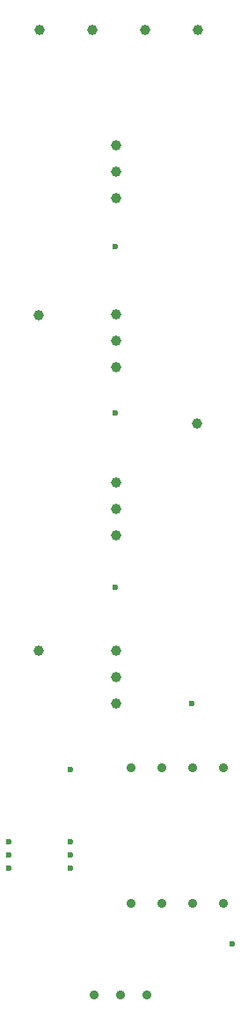
<source format=gbr>
G04 Generated by Ultiboard 14.0 *
%FSLAX34Y34*%
%MOMM*%

%ADD10C,0.0001*%
%ADD11C,0.6000*%
%ADD12C,0.9000*%
%ADD13C,1.0000*%


G04 ColorRGB 000000 for the following layer *
%LNDrill-TopLayer-BottomLayer*%
%LPD*%
G54D11*
X273812Y78740D03*
X58928Y151384D03*
X58928Y164084D03*
X58928Y176784D03*
X117856Y151384D03*
X117856Y164084D03*
X117856Y176784D03*
X118364Y246380D03*
X235204Y309880D03*
X161544Y421640D03*
X161544Y589280D03*
X161544Y749300D03*
G54D12*
X176784Y247856D03*
X176784Y117856D03*
X206248Y247856D03*
X206248Y117856D03*
X235712Y247856D03*
X235712Y117856D03*
X265176Y247856D03*
X265176Y117856D03*
X166116Y29464D03*
X191516Y29464D03*
X140716Y29464D03*
G54D13*
X162052Y309372D03*
X162052Y334772D03*
X162052Y360172D03*
X87884Y360680D03*
X162052Y471424D03*
X162052Y496824D03*
X162052Y522224D03*
X240284Y579120D03*
X162052Y633476D03*
X162052Y658876D03*
X162052Y684276D03*
X87884Y683260D03*
X162052Y795528D03*
X162052Y820928D03*
X162052Y846328D03*
X240792Y957580D03*
X189992Y957580D03*
X139192Y957580D03*
X88392Y957580D03*

M02*

</source>
